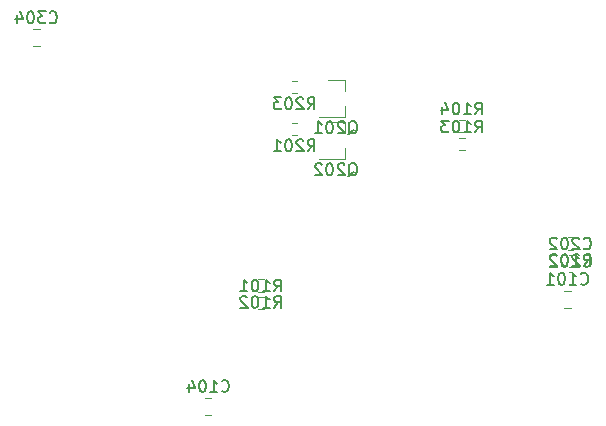
<source format=gbr>
G04 #@! TF.GenerationSoftware,KiCad,Pcbnew,5.0.2+dfsg1-1*
G04 #@! TF.CreationDate,2020-11-04T14:27:09+01:00*
G04 #@! TF.ProjectId,CoreSchematic,436f7265-5363-4686-956d-617469632e6b,rev?*
G04 #@! TF.SameCoordinates,Original*
G04 #@! TF.FileFunction,Legend,Bot*
G04 #@! TF.FilePolarity,Positive*
%FSLAX46Y46*%
G04 Gerber Fmt 4.6, Leading zero omitted, Abs format (unit mm)*
G04 Created by KiCad (PCBNEW 5.0.2+dfsg1-1) date Wed 04 Nov 2020 14:27:09 CET*
%MOMM*%
%LPD*%
G01*
G04 APERTURE LIST*
%ADD10C,0.120000*%
%ADD11C,0.150000*%
G04 APERTURE END LIST*
D10*
G04 #@! TO.C,R102*
X156734742Y-92746300D02*
X157209258Y-92746300D01*
X156734742Y-93791300D02*
X157209258Y-93791300D01*
G04 #@! TO.C,R101*
X157209258Y-94219500D02*
X156734742Y-94219500D01*
X157209258Y-95264500D02*
X156734742Y-95264500D01*
G04 #@! TO.C,C101*
X183204752Y-93689500D02*
X182682248Y-93689500D01*
X183204752Y-95159500D02*
X182682248Y-95159500D01*
G04 #@! TO.C,C102*
X183338080Y-93156500D02*
X183056920Y-93156500D01*
X183338080Y-92136500D02*
X183056920Y-92136500D01*
G04 #@! TO.C,C202*
X183325380Y-90676000D02*
X183044220Y-90676000D01*
X183325380Y-91696000D02*
X183044220Y-91696000D01*
G04 #@! TO.C,C104*
X152788252Y-104240000D02*
X152265748Y-104240000D01*
X152788252Y-102770000D02*
X152265748Y-102770000D01*
G04 #@! TO.C,C304*
X138234052Y-73023400D02*
X137711548Y-73023400D01*
X138234052Y-71553400D02*
X137711548Y-71553400D01*
G04 #@! TO.C,Q202*
X164082000Y-79395200D02*
X162622000Y-79395200D01*
X164082000Y-82555200D02*
X161922000Y-82555200D01*
X164082000Y-82555200D02*
X164082000Y-81625200D01*
X164082000Y-79395200D02*
X164082000Y-80325200D01*
G04 #@! TO.C,Q201*
X164082000Y-75839200D02*
X164082000Y-76769200D01*
X164082000Y-78999200D02*
X164082000Y-78069200D01*
X164082000Y-78999200D02*
X161922000Y-78999200D01*
X164082000Y-75839200D02*
X162622000Y-75839200D01*
G04 #@! TO.C,R103*
X174227258Y-80757500D02*
X173752742Y-80757500D01*
X174227258Y-81802500D02*
X173752742Y-81802500D01*
G04 #@! TO.C,R104*
X174227258Y-80278500D02*
X173752742Y-80278500D01*
X174227258Y-79233500D02*
X173752742Y-79233500D01*
G04 #@! TO.C,R201*
X159579542Y-80532500D02*
X160054058Y-80532500D01*
X159579542Y-79487500D02*
X160054058Y-79487500D01*
G04 #@! TO.C,R202*
X182947542Y-89190300D02*
X183422058Y-89190300D01*
X182947542Y-90235300D02*
X183422058Y-90235300D01*
G04 #@! TO.C,R203*
X159579542Y-76976500D02*
X160054058Y-76976500D01*
X159579542Y-75931500D02*
X160054058Y-75931500D01*
G04 #@! TO.C,R102*
D11*
X158091047Y-95151180D02*
X158424380Y-94674990D01*
X158662476Y-95151180D02*
X158662476Y-94151180D01*
X158281523Y-94151180D01*
X158186285Y-94198800D01*
X158138666Y-94246419D01*
X158091047Y-94341657D01*
X158091047Y-94484514D01*
X158138666Y-94579752D01*
X158186285Y-94627371D01*
X158281523Y-94674990D01*
X158662476Y-94674990D01*
X157138666Y-95151180D02*
X157710095Y-95151180D01*
X157424380Y-95151180D02*
X157424380Y-94151180D01*
X157519619Y-94294038D01*
X157614857Y-94389276D01*
X157710095Y-94436895D01*
X156519619Y-94151180D02*
X156424380Y-94151180D01*
X156329142Y-94198800D01*
X156281523Y-94246419D01*
X156233904Y-94341657D01*
X156186285Y-94532133D01*
X156186285Y-94770228D01*
X156233904Y-94960704D01*
X156281523Y-95055942D01*
X156329142Y-95103561D01*
X156424380Y-95151180D01*
X156519619Y-95151180D01*
X156614857Y-95103561D01*
X156662476Y-95055942D01*
X156710095Y-94960704D01*
X156757714Y-94770228D01*
X156757714Y-94532133D01*
X156710095Y-94341657D01*
X156662476Y-94246419D01*
X156614857Y-94198800D01*
X156519619Y-94151180D01*
X155805333Y-94246419D02*
X155757714Y-94198800D01*
X155662476Y-94151180D01*
X155424380Y-94151180D01*
X155329142Y-94198800D01*
X155281523Y-94246419D01*
X155233904Y-94341657D01*
X155233904Y-94436895D01*
X155281523Y-94579752D01*
X155852952Y-95151180D01*
X155233904Y-95151180D01*
G04 #@! TO.C,R101*
X158091047Y-93764380D02*
X158424380Y-93288190D01*
X158662476Y-93764380D02*
X158662476Y-92764380D01*
X158281523Y-92764380D01*
X158186285Y-92812000D01*
X158138666Y-92859619D01*
X158091047Y-92954857D01*
X158091047Y-93097714D01*
X158138666Y-93192952D01*
X158186285Y-93240571D01*
X158281523Y-93288190D01*
X158662476Y-93288190D01*
X157138666Y-93764380D02*
X157710095Y-93764380D01*
X157424380Y-93764380D02*
X157424380Y-92764380D01*
X157519619Y-92907238D01*
X157614857Y-93002476D01*
X157710095Y-93050095D01*
X156519619Y-92764380D02*
X156424380Y-92764380D01*
X156329142Y-92812000D01*
X156281523Y-92859619D01*
X156233904Y-92954857D01*
X156186285Y-93145333D01*
X156186285Y-93383428D01*
X156233904Y-93573904D01*
X156281523Y-93669142D01*
X156329142Y-93716761D01*
X156424380Y-93764380D01*
X156519619Y-93764380D01*
X156614857Y-93716761D01*
X156662476Y-93669142D01*
X156710095Y-93573904D01*
X156757714Y-93383428D01*
X156757714Y-93145333D01*
X156710095Y-92954857D01*
X156662476Y-92859619D01*
X156614857Y-92812000D01*
X156519619Y-92764380D01*
X155233904Y-93764380D02*
X155805333Y-93764380D01*
X155519619Y-93764380D02*
X155519619Y-92764380D01*
X155614857Y-92907238D01*
X155710095Y-93002476D01*
X155805333Y-93050095D01*
G04 #@! TO.C,C101*
X184062547Y-93101642D02*
X184110166Y-93149261D01*
X184253023Y-93196880D01*
X184348261Y-93196880D01*
X184491119Y-93149261D01*
X184586357Y-93054023D01*
X184633976Y-92958785D01*
X184681595Y-92768309D01*
X184681595Y-92625452D01*
X184633976Y-92434976D01*
X184586357Y-92339738D01*
X184491119Y-92244500D01*
X184348261Y-92196880D01*
X184253023Y-92196880D01*
X184110166Y-92244500D01*
X184062547Y-92292119D01*
X183110166Y-93196880D02*
X183681595Y-93196880D01*
X183395880Y-93196880D02*
X183395880Y-92196880D01*
X183491119Y-92339738D01*
X183586357Y-92434976D01*
X183681595Y-92482595D01*
X182491119Y-92196880D02*
X182395880Y-92196880D01*
X182300642Y-92244500D01*
X182253023Y-92292119D01*
X182205404Y-92387357D01*
X182157785Y-92577833D01*
X182157785Y-92815928D01*
X182205404Y-93006404D01*
X182253023Y-93101642D01*
X182300642Y-93149261D01*
X182395880Y-93196880D01*
X182491119Y-93196880D01*
X182586357Y-93149261D01*
X182633976Y-93101642D01*
X182681595Y-93006404D01*
X182729214Y-92815928D01*
X182729214Y-92577833D01*
X182681595Y-92387357D01*
X182633976Y-92292119D01*
X182586357Y-92244500D01*
X182491119Y-92196880D01*
X181205404Y-93196880D02*
X181776833Y-93196880D01*
X181491119Y-93196880D02*
X181491119Y-92196880D01*
X181586357Y-92339738D01*
X181681595Y-92434976D01*
X181776833Y-92482595D01*
G04 #@! TO.C,C102*
X184316547Y-91573642D02*
X184364166Y-91621261D01*
X184507023Y-91668880D01*
X184602261Y-91668880D01*
X184745119Y-91621261D01*
X184840357Y-91526023D01*
X184887976Y-91430785D01*
X184935595Y-91240309D01*
X184935595Y-91097452D01*
X184887976Y-90906976D01*
X184840357Y-90811738D01*
X184745119Y-90716500D01*
X184602261Y-90668880D01*
X184507023Y-90668880D01*
X184364166Y-90716500D01*
X184316547Y-90764119D01*
X183364166Y-91668880D02*
X183935595Y-91668880D01*
X183649880Y-91668880D02*
X183649880Y-90668880D01*
X183745119Y-90811738D01*
X183840357Y-90906976D01*
X183935595Y-90954595D01*
X182745119Y-90668880D02*
X182649880Y-90668880D01*
X182554642Y-90716500D01*
X182507023Y-90764119D01*
X182459404Y-90859357D01*
X182411785Y-91049833D01*
X182411785Y-91287928D01*
X182459404Y-91478404D01*
X182507023Y-91573642D01*
X182554642Y-91621261D01*
X182649880Y-91668880D01*
X182745119Y-91668880D01*
X182840357Y-91621261D01*
X182887976Y-91573642D01*
X182935595Y-91478404D01*
X182983214Y-91287928D01*
X182983214Y-91049833D01*
X182935595Y-90859357D01*
X182887976Y-90764119D01*
X182840357Y-90716500D01*
X182745119Y-90668880D01*
X182030833Y-90764119D02*
X181983214Y-90716500D01*
X181887976Y-90668880D01*
X181649880Y-90668880D01*
X181554642Y-90716500D01*
X181507023Y-90764119D01*
X181459404Y-90859357D01*
X181459404Y-90954595D01*
X181507023Y-91097452D01*
X182078452Y-91668880D01*
X181459404Y-91668880D01*
G04 #@! TO.C,C202*
X184303847Y-90113142D02*
X184351466Y-90160761D01*
X184494323Y-90208380D01*
X184589561Y-90208380D01*
X184732419Y-90160761D01*
X184827657Y-90065523D01*
X184875276Y-89970285D01*
X184922895Y-89779809D01*
X184922895Y-89636952D01*
X184875276Y-89446476D01*
X184827657Y-89351238D01*
X184732419Y-89256000D01*
X184589561Y-89208380D01*
X184494323Y-89208380D01*
X184351466Y-89256000D01*
X184303847Y-89303619D01*
X183922895Y-89303619D02*
X183875276Y-89256000D01*
X183780038Y-89208380D01*
X183541942Y-89208380D01*
X183446704Y-89256000D01*
X183399085Y-89303619D01*
X183351466Y-89398857D01*
X183351466Y-89494095D01*
X183399085Y-89636952D01*
X183970514Y-90208380D01*
X183351466Y-90208380D01*
X182732419Y-89208380D02*
X182637180Y-89208380D01*
X182541942Y-89256000D01*
X182494323Y-89303619D01*
X182446704Y-89398857D01*
X182399085Y-89589333D01*
X182399085Y-89827428D01*
X182446704Y-90017904D01*
X182494323Y-90113142D01*
X182541942Y-90160761D01*
X182637180Y-90208380D01*
X182732419Y-90208380D01*
X182827657Y-90160761D01*
X182875276Y-90113142D01*
X182922895Y-90017904D01*
X182970514Y-89827428D01*
X182970514Y-89589333D01*
X182922895Y-89398857D01*
X182875276Y-89303619D01*
X182827657Y-89256000D01*
X182732419Y-89208380D01*
X182018133Y-89303619D02*
X181970514Y-89256000D01*
X181875276Y-89208380D01*
X181637180Y-89208380D01*
X181541942Y-89256000D01*
X181494323Y-89303619D01*
X181446704Y-89398857D01*
X181446704Y-89494095D01*
X181494323Y-89636952D01*
X182065752Y-90208380D01*
X181446704Y-90208380D01*
G04 #@! TO.C,C104*
X153646047Y-102182142D02*
X153693666Y-102229761D01*
X153836523Y-102277380D01*
X153931761Y-102277380D01*
X154074619Y-102229761D01*
X154169857Y-102134523D01*
X154217476Y-102039285D01*
X154265095Y-101848809D01*
X154265095Y-101705952D01*
X154217476Y-101515476D01*
X154169857Y-101420238D01*
X154074619Y-101325000D01*
X153931761Y-101277380D01*
X153836523Y-101277380D01*
X153693666Y-101325000D01*
X153646047Y-101372619D01*
X152693666Y-102277380D02*
X153265095Y-102277380D01*
X152979380Y-102277380D02*
X152979380Y-101277380D01*
X153074619Y-101420238D01*
X153169857Y-101515476D01*
X153265095Y-101563095D01*
X152074619Y-101277380D02*
X151979380Y-101277380D01*
X151884142Y-101325000D01*
X151836523Y-101372619D01*
X151788904Y-101467857D01*
X151741285Y-101658333D01*
X151741285Y-101896428D01*
X151788904Y-102086904D01*
X151836523Y-102182142D01*
X151884142Y-102229761D01*
X151979380Y-102277380D01*
X152074619Y-102277380D01*
X152169857Y-102229761D01*
X152217476Y-102182142D01*
X152265095Y-102086904D01*
X152312714Y-101896428D01*
X152312714Y-101658333D01*
X152265095Y-101467857D01*
X152217476Y-101372619D01*
X152169857Y-101325000D01*
X152074619Y-101277380D01*
X150884142Y-101610714D02*
X150884142Y-102277380D01*
X151122238Y-101229761D02*
X151360333Y-101944047D01*
X150741285Y-101944047D01*
G04 #@! TO.C,C304*
X139091847Y-70965542D02*
X139139466Y-71013161D01*
X139282323Y-71060780D01*
X139377561Y-71060780D01*
X139520419Y-71013161D01*
X139615657Y-70917923D01*
X139663276Y-70822685D01*
X139710895Y-70632209D01*
X139710895Y-70489352D01*
X139663276Y-70298876D01*
X139615657Y-70203638D01*
X139520419Y-70108400D01*
X139377561Y-70060780D01*
X139282323Y-70060780D01*
X139139466Y-70108400D01*
X139091847Y-70156019D01*
X138758514Y-70060780D02*
X138139466Y-70060780D01*
X138472800Y-70441733D01*
X138329942Y-70441733D01*
X138234704Y-70489352D01*
X138187085Y-70536971D01*
X138139466Y-70632209D01*
X138139466Y-70870304D01*
X138187085Y-70965542D01*
X138234704Y-71013161D01*
X138329942Y-71060780D01*
X138615657Y-71060780D01*
X138710895Y-71013161D01*
X138758514Y-70965542D01*
X137520419Y-70060780D02*
X137425180Y-70060780D01*
X137329942Y-70108400D01*
X137282323Y-70156019D01*
X137234704Y-70251257D01*
X137187085Y-70441733D01*
X137187085Y-70679828D01*
X137234704Y-70870304D01*
X137282323Y-70965542D01*
X137329942Y-71013161D01*
X137425180Y-71060780D01*
X137520419Y-71060780D01*
X137615657Y-71013161D01*
X137663276Y-70965542D01*
X137710895Y-70870304D01*
X137758514Y-70679828D01*
X137758514Y-70441733D01*
X137710895Y-70251257D01*
X137663276Y-70156019D01*
X137615657Y-70108400D01*
X137520419Y-70060780D01*
X136329942Y-70394114D02*
X136329942Y-71060780D01*
X136568038Y-70013161D02*
X136806133Y-70727447D01*
X136187085Y-70727447D01*
G04 #@! TO.C,Q202*
X164369619Y-84022819D02*
X164464857Y-83975200D01*
X164560095Y-83879961D01*
X164702952Y-83737104D01*
X164798190Y-83689485D01*
X164893428Y-83689485D01*
X164845809Y-83927580D02*
X164941047Y-83879961D01*
X165036285Y-83784723D01*
X165083904Y-83594247D01*
X165083904Y-83260914D01*
X165036285Y-83070438D01*
X164941047Y-82975200D01*
X164845809Y-82927580D01*
X164655333Y-82927580D01*
X164560095Y-82975200D01*
X164464857Y-83070438D01*
X164417238Y-83260914D01*
X164417238Y-83594247D01*
X164464857Y-83784723D01*
X164560095Y-83879961D01*
X164655333Y-83927580D01*
X164845809Y-83927580D01*
X164036285Y-83022819D02*
X163988666Y-82975200D01*
X163893428Y-82927580D01*
X163655333Y-82927580D01*
X163560095Y-82975200D01*
X163512476Y-83022819D01*
X163464857Y-83118057D01*
X163464857Y-83213295D01*
X163512476Y-83356152D01*
X164083904Y-83927580D01*
X163464857Y-83927580D01*
X162845809Y-82927580D02*
X162750571Y-82927580D01*
X162655333Y-82975200D01*
X162607714Y-83022819D01*
X162560095Y-83118057D01*
X162512476Y-83308533D01*
X162512476Y-83546628D01*
X162560095Y-83737104D01*
X162607714Y-83832342D01*
X162655333Y-83879961D01*
X162750571Y-83927580D01*
X162845809Y-83927580D01*
X162941047Y-83879961D01*
X162988666Y-83832342D01*
X163036285Y-83737104D01*
X163083904Y-83546628D01*
X163083904Y-83308533D01*
X163036285Y-83118057D01*
X162988666Y-83022819D01*
X162941047Y-82975200D01*
X162845809Y-82927580D01*
X162131523Y-83022819D02*
X162083904Y-82975200D01*
X161988666Y-82927580D01*
X161750571Y-82927580D01*
X161655333Y-82975200D01*
X161607714Y-83022819D01*
X161560095Y-83118057D01*
X161560095Y-83213295D01*
X161607714Y-83356152D01*
X162179142Y-83927580D01*
X161560095Y-83927580D01*
G04 #@! TO.C,Q201*
X164369619Y-80466819D02*
X164464857Y-80419200D01*
X164560095Y-80323961D01*
X164702952Y-80181104D01*
X164798190Y-80133485D01*
X164893428Y-80133485D01*
X164845809Y-80371580D02*
X164941047Y-80323961D01*
X165036285Y-80228723D01*
X165083904Y-80038247D01*
X165083904Y-79704914D01*
X165036285Y-79514438D01*
X164941047Y-79419200D01*
X164845809Y-79371580D01*
X164655333Y-79371580D01*
X164560095Y-79419200D01*
X164464857Y-79514438D01*
X164417238Y-79704914D01*
X164417238Y-80038247D01*
X164464857Y-80228723D01*
X164560095Y-80323961D01*
X164655333Y-80371580D01*
X164845809Y-80371580D01*
X164036285Y-79466819D02*
X163988666Y-79419200D01*
X163893428Y-79371580D01*
X163655333Y-79371580D01*
X163560095Y-79419200D01*
X163512476Y-79466819D01*
X163464857Y-79562057D01*
X163464857Y-79657295D01*
X163512476Y-79800152D01*
X164083904Y-80371580D01*
X163464857Y-80371580D01*
X162845809Y-79371580D02*
X162750571Y-79371580D01*
X162655333Y-79419200D01*
X162607714Y-79466819D01*
X162560095Y-79562057D01*
X162512476Y-79752533D01*
X162512476Y-79990628D01*
X162560095Y-80181104D01*
X162607714Y-80276342D01*
X162655333Y-80323961D01*
X162750571Y-80371580D01*
X162845809Y-80371580D01*
X162941047Y-80323961D01*
X162988666Y-80276342D01*
X163036285Y-80181104D01*
X163083904Y-79990628D01*
X163083904Y-79752533D01*
X163036285Y-79562057D01*
X162988666Y-79466819D01*
X162941047Y-79419200D01*
X162845809Y-79371580D01*
X161560095Y-80371580D02*
X162131523Y-80371580D01*
X161845809Y-80371580D02*
X161845809Y-79371580D01*
X161941047Y-79514438D01*
X162036285Y-79609676D01*
X162131523Y-79657295D01*
G04 #@! TO.C,R103*
X175109047Y-80302380D02*
X175442380Y-79826190D01*
X175680476Y-80302380D02*
X175680476Y-79302380D01*
X175299523Y-79302380D01*
X175204285Y-79350000D01*
X175156666Y-79397619D01*
X175109047Y-79492857D01*
X175109047Y-79635714D01*
X175156666Y-79730952D01*
X175204285Y-79778571D01*
X175299523Y-79826190D01*
X175680476Y-79826190D01*
X174156666Y-80302380D02*
X174728095Y-80302380D01*
X174442380Y-80302380D02*
X174442380Y-79302380D01*
X174537619Y-79445238D01*
X174632857Y-79540476D01*
X174728095Y-79588095D01*
X173537619Y-79302380D02*
X173442380Y-79302380D01*
X173347142Y-79350000D01*
X173299523Y-79397619D01*
X173251904Y-79492857D01*
X173204285Y-79683333D01*
X173204285Y-79921428D01*
X173251904Y-80111904D01*
X173299523Y-80207142D01*
X173347142Y-80254761D01*
X173442380Y-80302380D01*
X173537619Y-80302380D01*
X173632857Y-80254761D01*
X173680476Y-80207142D01*
X173728095Y-80111904D01*
X173775714Y-79921428D01*
X173775714Y-79683333D01*
X173728095Y-79492857D01*
X173680476Y-79397619D01*
X173632857Y-79350000D01*
X173537619Y-79302380D01*
X172870952Y-79302380D02*
X172251904Y-79302380D01*
X172585238Y-79683333D01*
X172442380Y-79683333D01*
X172347142Y-79730952D01*
X172299523Y-79778571D01*
X172251904Y-79873809D01*
X172251904Y-80111904D01*
X172299523Y-80207142D01*
X172347142Y-80254761D01*
X172442380Y-80302380D01*
X172728095Y-80302380D01*
X172823333Y-80254761D01*
X172870952Y-80207142D01*
G04 #@! TO.C,R104*
X175109047Y-78778380D02*
X175442380Y-78302190D01*
X175680476Y-78778380D02*
X175680476Y-77778380D01*
X175299523Y-77778380D01*
X175204285Y-77826000D01*
X175156666Y-77873619D01*
X175109047Y-77968857D01*
X175109047Y-78111714D01*
X175156666Y-78206952D01*
X175204285Y-78254571D01*
X175299523Y-78302190D01*
X175680476Y-78302190D01*
X174156666Y-78778380D02*
X174728095Y-78778380D01*
X174442380Y-78778380D02*
X174442380Y-77778380D01*
X174537619Y-77921238D01*
X174632857Y-78016476D01*
X174728095Y-78064095D01*
X173537619Y-77778380D02*
X173442380Y-77778380D01*
X173347142Y-77826000D01*
X173299523Y-77873619D01*
X173251904Y-77968857D01*
X173204285Y-78159333D01*
X173204285Y-78397428D01*
X173251904Y-78587904D01*
X173299523Y-78683142D01*
X173347142Y-78730761D01*
X173442380Y-78778380D01*
X173537619Y-78778380D01*
X173632857Y-78730761D01*
X173680476Y-78683142D01*
X173728095Y-78587904D01*
X173775714Y-78397428D01*
X173775714Y-78159333D01*
X173728095Y-77968857D01*
X173680476Y-77873619D01*
X173632857Y-77826000D01*
X173537619Y-77778380D01*
X172347142Y-78111714D02*
X172347142Y-78778380D01*
X172585238Y-77730761D02*
X172823333Y-78445047D01*
X172204285Y-78445047D01*
G04 #@! TO.C,R201*
X160935847Y-81892380D02*
X161269180Y-81416190D01*
X161507276Y-81892380D02*
X161507276Y-80892380D01*
X161126323Y-80892380D01*
X161031085Y-80940000D01*
X160983466Y-80987619D01*
X160935847Y-81082857D01*
X160935847Y-81225714D01*
X160983466Y-81320952D01*
X161031085Y-81368571D01*
X161126323Y-81416190D01*
X161507276Y-81416190D01*
X160554895Y-80987619D02*
X160507276Y-80940000D01*
X160412038Y-80892380D01*
X160173942Y-80892380D01*
X160078704Y-80940000D01*
X160031085Y-80987619D01*
X159983466Y-81082857D01*
X159983466Y-81178095D01*
X160031085Y-81320952D01*
X160602514Y-81892380D01*
X159983466Y-81892380D01*
X159364419Y-80892380D02*
X159269180Y-80892380D01*
X159173942Y-80940000D01*
X159126323Y-80987619D01*
X159078704Y-81082857D01*
X159031085Y-81273333D01*
X159031085Y-81511428D01*
X159078704Y-81701904D01*
X159126323Y-81797142D01*
X159173942Y-81844761D01*
X159269180Y-81892380D01*
X159364419Y-81892380D01*
X159459657Y-81844761D01*
X159507276Y-81797142D01*
X159554895Y-81701904D01*
X159602514Y-81511428D01*
X159602514Y-81273333D01*
X159554895Y-81082857D01*
X159507276Y-80987619D01*
X159459657Y-80940000D01*
X159364419Y-80892380D01*
X158078704Y-81892380D02*
X158650133Y-81892380D01*
X158364419Y-81892380D02*
X158364419Y-80892380D01*
X158459657Y-81035238D01*
X158554895Y-81130476D01*
X158650133Y-81178095D01*
G04 #@! TO.C,R202*
X184303847Y-91595180D02*
X184637180Y-91118990D01*
X184875276Y-91595180D02*
X184875276Y-90595180D01*
X184494323Y-90595180D01*
X184399085Y-90642800D01*
X184351466Y-90690419D01*
X184303847Y-90785657D01*
X184303847Y-90928514D01*
X184351466Y-91023752D01*
X184399085Y-91071371D01*
X184494323Y-91118990D01*
X184875276Y-91118990D01*
X183922895Y-90690419D02*
X183875276Y-90642800D01*
X183780038Y-90595180D01*
X183541942Y-90595180D01*
X183446704Y-90642800D01*
X183399085Y-90690419D01*
X183351466Y-90785657D01*
X183351466Y-90880895D01*
X183399085Y-91023752D01*
X183970514Y-91595180D01*
X183351466Y-91595180D01*
X182732419Y-90595180D02*
X182637180Y-90595180D01*
X182541942Y-90642800D01*
X182494323Y-90690419D01*
X182446704Y-90785657D01*
X182399085Y-90976133D01*
X182399085Y-91214228D01*
X182446704Y-91404704D01*
X182494323Y-91499942D01*
X182541942Y-91547561D01*
X182637180Y-91595180D01*
X182732419Y-91595180D01*
X182827657Y-91547561D01*
X182875276Y-91499942D01*
X182922895Y-91404704D01*
X182970514Y-91214228D01*
X182970514Y-90976133D01*
X182922895Y-90785657D01*
X182875276Y-90690419D01*
X182827657Y-90642800D01*
X182732419Y-90595180D01*
X182018133Y-90690419D02*
X181970514Y-90642800D01*
X181875276Y-90595180D01*
X181637180Y-90595180D01*
X181541942Y-90642800D01*
X181494323Y-90690419D01*
X181446704Y-90785657D01*
X181446704Y-90880895D01*
X181494323Y-91023752D01*
X182065752Y-91595180D01*
X181446704Y-91595180D01*
G04 #@! TO.C,R203*
X160935847Y-78336380D02*
X161269180Y-77860190D01*
X161507276Y-78336380D02*
X161507276Y-77336380D01*
X161126323Y-77336380D01*
X161031085Y-77384000D01*
X160983466Y-77431619D01*
X160935847Y-77526857D01*
X160935847Y-77669714D01*
X160983466Y-77764952D01*
X161031085Y-77812571D01*
X161126323Y-77860190D01*
X161507276Y-77860190D01*
X160554895Y-77431619D02*
X160507276Y-77384000D01*
X160412038Y-77336380D01*
X160173942Y-77336380D01*
X160078704Y-77384000D01*
X160031085Y-77431619D01*
X159983466Y-77526857D01*
X159983466Y-77622095D01*
X160031085Y-77764952D01*
X160602514Y-78336380D01*
X159983466Y-78336380D01*
X159364419Y-77336380D02*
X159269180Y-77336380D01*
X159173942Y-77384000D01*
X159126323Y-77431619D01*
X159078704Y-77526857D01*
X159031085Y-77717333D01*
X159031085Y-77955428D01*
X159078704Y-78145904D01*
X159126323Y-78241142D01*
X159173942Y-78288761D01*
X159269180Y-78336380D01*
X159364419Y-78336380D01*
X159459657Y-78288761D01*
X159507276Y-78241142D01*
X159554895Y-78145904D01*
X159602514Y-77955428D01*
X159602514Y-77717333D01*
X159554895Y-77526857D01*
X159507276Y-77431619D01*
X159459657Y-77384000D01*
X159364419Y-77336380D01*
X158697752Y-77336380D02*
X158078704Y-77336380D01*
X158412038Y-77717333D01*
X158269180Y-77717333D01*
X158173942Y-77764952D01*
X158126323Y-77812571D01*
X158078704Y-77907809D01*
X158078704Y-78145904D01*
X158126323Y-78241142D01*
X158173942Y-78288761D01*
X158269180Y-78336380D01*
X158554895Y-78336380D01*
X158650133Y-78288761D01*
X158697752Y-78241142D01*
G04 #@! TD*
M02*

</source>
